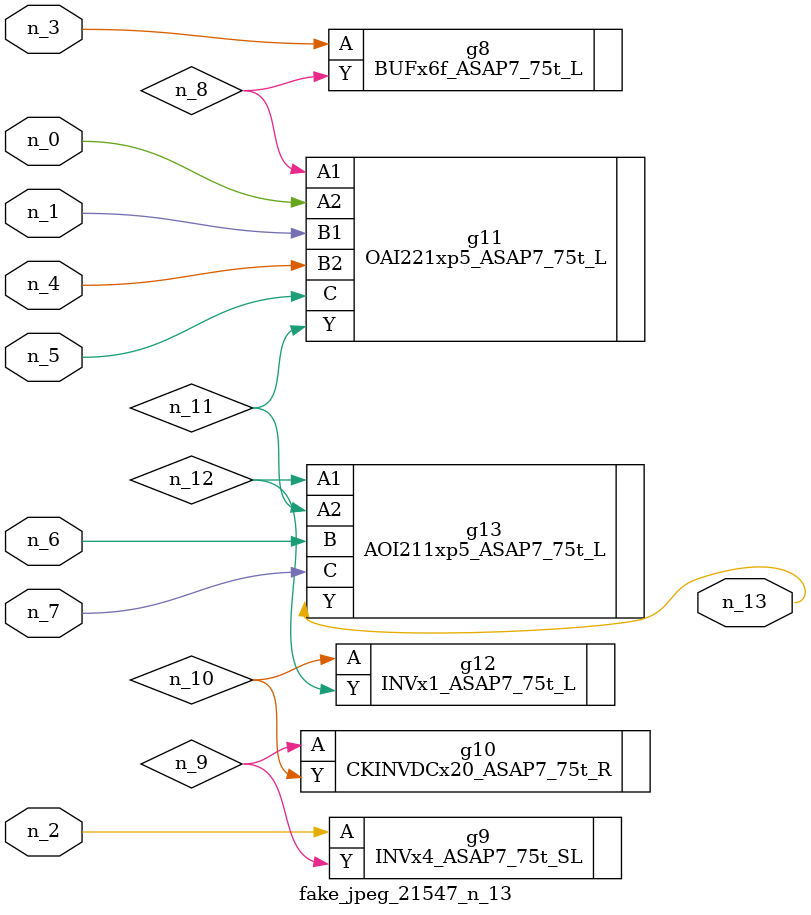
<source format=v>
module fake_jpeg_21547_n_13 (n_3, n_2, n_1, n_0, n_4, n_6, n_5, n_7, n_13);

input n_3;
input n_2;
input n_1;
input n_0;
input n_4;
input n_6;
input n_5;
input n_7;

output n_13;

wire n_11;
wire n_10;
wire n_12;
wire n_8;
wire n_9;

BUFx6f_ASAP7_75t_L g8 ( 
.A(n_3),
.Y(n_8)
);

INVx4_ASAP7_75t_SL g9 ( 
.A(n_2),
.Y(n_9)
);

CKINVDCx20_ASAP7_75t_R g10 ( 
.A(n_9),
.Y(n_10)
);

INVx1_ASAP7_75t_L g12 ( 
.A(n_10),
.Y(n_12)
);

OAI221xp5_ASAP7_75t_L g11 ( 
.A1(n_8),
.A2(n_0),
.B1(n_1),
.B2(n_4),
.C(n_5),
.Y(n_11)
);

AOI211xp5_ASAP7_75t_L g13 ( 
.A1(n_12),
.A2(n_11),
.B(n_6),
.C(n_7),
.Y(n_13)
);


endmodule
</source>
